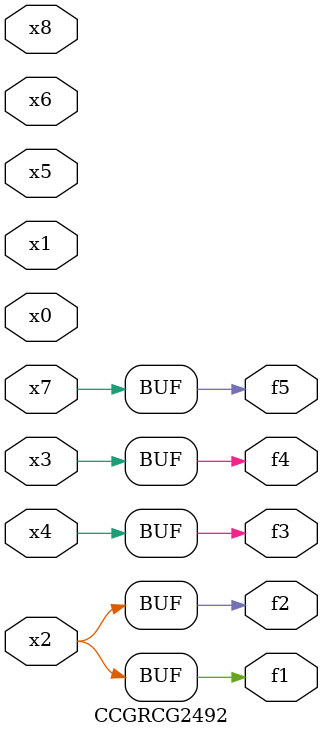
<source format=v>
module CCGRCG2492(
	input x0, x1, x2, x3, x4, x5, x6, x7, x8,
	output f1, f2, f3, f4, f5
);
	assign f1 = x2;
	assign f2 = x2;
	assign f3 = x4;
	assign f4 = x3;
	assign f5 = x7;
endmodule

</source>
